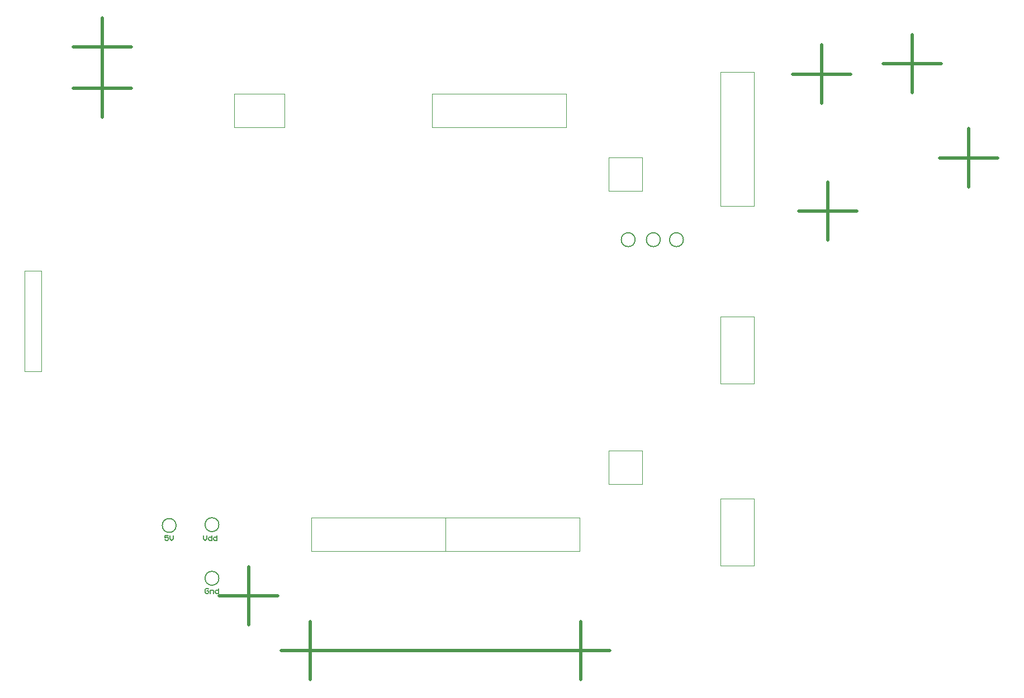
<source format=gto>
G04*
G04 #@! TF.GenerationSoftware,Altium Limited,Altium Designer,19.1.8 (144)*
G04*
G04 Layer_Color=65535*
%FSLAX25Y25*%
%MOIN*%
G70*
G01*
G75*
%ADD10C,0.00800*%
%ADD11C,0.01968*%
%ADD12C,0.00394*%
%ADD13C,0.00500*%
D10*
X77376Y61896D02*
G03*
X77376Y61896I-4134J0D01*
G01*
Y93896D02*
G03*
X77376Y93896I-4134J0D01*
G01*
X51876Y93396D02*
G03*
X51876Y93396I-4134J0D01*
G01*
X354367Y264000D02*
G03*
X354367Y264000I-4134J0D01*
G01*
X340576D02*
G03*
X340576Y264000I-4134J0D01*
G01*
X325576D02*
G03*
X325576Y264000I-4134J0D01*
G01*
D11*
X293200Y18700D02*
X310569D01*
X293200Y1331D02*
Y18700D01*
Y36069D01*
X114431Y18700D02*
X131800D01*
Y1331D02*
Y18700D01*
X294094D01*
X131800D02*
Y36069D01*
X-9495Y354331D02*
X7874D01*
Y336961D02*
Y354331D01*
X25243D01*
X7874D02*
Y371700D01*
X-9495Y378996D02*
X7874D01*
Y361627D02*
Y378996D01*
X25243D01*
X7874D02*
Y396365D01*
X77631Y51500D02*
X95000D01*
Y34131D02*
Y51500D01*
X112369D01*
X95000D02*
Y68869D01*
X423231Y281000D02*
X440600D01*
Y263631D02*
Y281000D01*
X457969D01*
X440600D02*
Y298369D01*
X507231Y312900D02*
X524600D01*
Y295531D02*
Y312900D01*
X541969D01*
X524600D02*
Y330269D01*
X419331Y362900D02*
X436700D01*
Y345531D02*
Y362900D01*
X454069D01*
X436700D02*
Y380269D01*
X490700Y369000D02*
Y386369D01*
Y369000D02*
X508069D01*
X490700Y351631D02*
Y369000D01*
X473331D02*
X490700D01*
D12*
X-38433Y185496D02*
X-28433D01*
X-38433D02*
Y245496D01*
X-28433D01*
Y185496D02*
Y245496D01*
X329942Y292996D02*
Y312996D01*
X309942D02*
X329942D01*
X309942Y292996D02*
X329942D01*
X309942D02*
Y312996D01*
X329942Y117996D02*
Y137996D01*
X309942D02*
X329942D01*
X309942Y117996D02*
X329942D01*
X309942D02*
Y137996D01*
X292442Y77996D02*
Y97996D01*
X212442Y77996D02*
X292442D01*
X212442Y97996D02*
X292442D01*
X212442Y77996D02*
Y97996D01*
X132442Y77996D02*
Y97996D01*
X212442D01*
X132442Y77996D02*
X212442D01*
Y97996D01*
X376599Y283996D02*
X396599D01*
X376599D02*
Y363996D01*
X396599Y283996D02*
Y363996D01*
X376599D02*
X396599D01*
Y69496D02*
Y109496D01*
X376599Y69496D02*
Y109496D01*
Y69496D02*
X396599D01*
X376599Y109496D02*
X396599D01*
Y177996D02*
Y217996D01*
X376599Y177996D02*
Y217996D01*
Y177996D02*
X396599D01*
X376599Y217996D02*
X396599D01*
X86442Y330996D02*
Y350996D01*
X116442Y330996D02*
Y350996D01*
X86442Y330996D02*
X116442D01*
X86442Y350996D02*
X116442D01*
X86442D02*
X105608D01*
X204442Y330996D02*
Y350996D01*
X284442D01*
X204442Y330996D02*
X284442D01*
Y350996D01*
D13*
X71241Y55395D02*
X70741Y55895D01*
X69742D01*
X69242Y55395D01*
Y53396D01*
X69742Y52896D01*
X70741D01*
X71241Y53396D01*
Y54396D01*
X70241D01*
X72241Y52896D02*
Y54895D01*
X73740D01*
X74240Y54396D01*
Y52896D01*
X77239Y55895D02*
Y52896D01*
X75740D01*
X75240Y53396D01*
Y54396D01*
X75740Y54895D01*
X77239D01*
X68242Y87495D02*
Y85496D01*
X69241Y84496D01*
X70241Y85496D01*
Y87495D01*
X73240D02*
Y84496D01*
X71741D01*
X71241Y84996D01*
Y85996D01*
X71741Y86495D01*
X73240D01*
X76239Y87495D02*
Y84496D01*
X74740D01*
X74240Y84996D01*
Y85996D01*
X74740Y86495D01*
X76239D01*
X47241Y87495D02*
X45242D01*
Y85996D01*
X46241Y86495D01*
X46741D01*
X47241Y85996D01*
Y84996D01*
X46741Y84496D01*
X45742D01*
X45242Y84996D01*
X48241Y87495D02*
Y85496D01*
X49240Y84496D01*
X50240Y85496D01*
Y87495D01*
M02*

</source>
